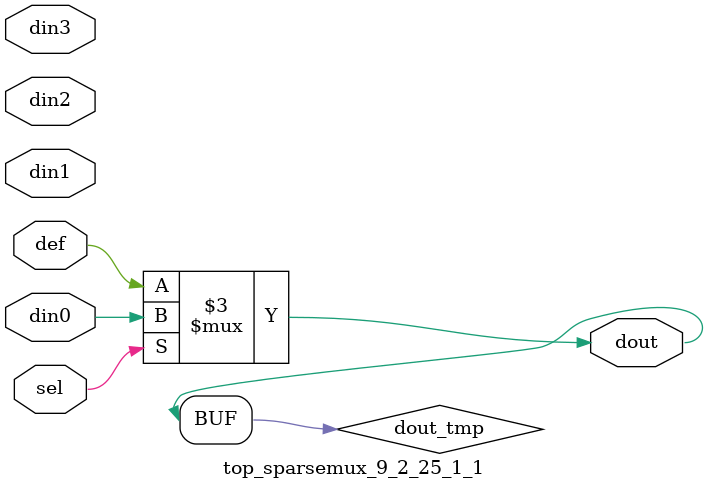
<source format=v>
`timescale 1ns / 1ps

module top_sparsemux_9_2_25_1_1 (din0,din1,din2,din3,def,sel,dout);

parameter din0_WIDTH = 1;

parameter din1_WIDTH = 1;

parameter din2_WIDTH = 1;

parameter din3_WIDTH = 1;

parameter def_WIDTH = 1;
parameter sel_WIDTH = 1;
parameter dout_WIDTH = 1;

parameter [sel_WIDTH-1:0] CASE0 = 1;

parameter [sel_WIDTH-1:0] CASE1 = 1;

parameter [sel_WIDTH-1:0] CASE2 = 1;

parameter [sel_WIDTH-1:0] CASE3 = 1;

parameter ID = 1;
parameter NUM_STAGE = 1;



input [din0_WIDTH-1:0] din0;

input [din1_WIDTH-1:0] din1;

input [din2_WIDTH-1:0] din2;

input [din3_WIDTH-1:0] din3;

input [def_WIDTH-1:0] def;
input [sel_WIDTH-1:0] sel;

output [dout_WIDTH-1:0] dout;



reg [dout_WIDTH-1:0] dout_tmp;


always @ (*) begin
(* parallel_case *) case (sel)
    
    CASE0 : dout_tmp = din0;
    
    CASE1 : dout_tmp = din1;
    
    CASE2 : dout_tmp = din2;
    
    CASE3 : dout_tmp = din3;
    
    default : dout_tmp = def;
endcase
end


assign dout = dout_tmp;



endmodule

</source>
